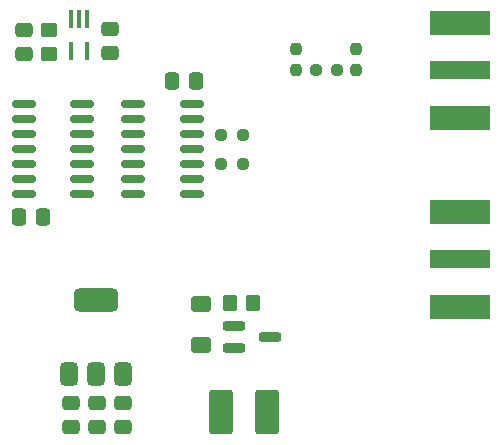
<source format=gtp>
G04 #@! TF.GenerationSoftware,KiCad,Pcbnew,9.0.1*
G04 #@! TF.CreationDate,2025-06-27T23:51:54+02:00*
G04 #@! TF.ProjectId,NPI,4e50492e-6b69-4636-9164-5f7063625858,rev?*
G04 #@! TF.SameCoordinates,Original*
G04 #@! TF.FileFunction,Paste,Top*
G04 #@! TF.FilePolarity,Positive*
%FSLAX46Y46*%
G04 Gerber Fmt 4.6, Leading zero omitted, Abs format (unit mm)*
G04 Created by KiCad (PCBNEW 9.0.1) date 2025-06-27 23:51:54*
%MOMM*%
%LPD*%
G01*
G04 APERTURE LIST*
G04 Aperture macros list*
%AMRoundRect*
0 Rectangle with rounded corners*
0 $1 Rounding radius*
0 $2 $3 $4 $5 $6 $7 $8 $9 X,Y pos of 4 corners*
0 Add a 4 corners polygon primitive as box body*
4,1,4,$2,$3,$4,$5,$6,$7,$8,$9,$2,$3,0*
0 Add four circle primitives for the rounded corners*
1,1,$1+$1,$2,$3*
1,1,$1+$1,$4,$5*
1,1,$1+$1,$6,$7*
1,1,$1+$1,$8,$9*
0 Add four rect primitives between the rounded corners*
20,1,$1+$1,$2,$3,$4,$5,0*
20,1,$1+$1,$4,$5,$6,$7,0*
20,1,$1+$1,$6,$7,$8,$9,0*
20,1,$1+$1,$8,$9,$2,$3,0*%
G04 Aperture macros list end*
%ADD10RoundRect,0.237500X-0.237500X0.250000X-0.237500X-0.250000X0.237500X-0.250000X0.237500X0.250000X0*%
%ADD11R,5.080000X2.000000*%
%ADD12R,5.080000X1.500000*%
%ADD13RoundRect,0.375000X0.375000X-0.625000X0.375000X0.625000X-0.375000X0.625000X-0.375000X-0.625000X0*%
%ADD14RoundRect,0.500000X1.400000X-0.500000X1.400000X0.500000X-1.400000X0.500000X-1.400000X-0.500000X0*%
%ADD15RoundRect,0.150000X0.825000X0.150000X-0.825000X0.150000X-0.825000X-0.150000X0.825000X-0.150000X0*%
%ADD16RoundRect,0.150000X-0.825000X-0.150000X0.825000X-0.150000X0.825000X0.150000X-0.825000X0.150000X0*%
%ADD17RoundRect,0.100000X-0.100000X0.650000X-0.100000X-0.650000X0.100000X-0.650000X0.100000X0.650000X0*%
%ADD18RoundRect,0.250000X0.750000X-1.650000X0.750000X1.650000X-0.750000X1.650000X-0.750000X-1.650000X0*%
%ADD19RoundRect,0.250000X0.350000X0.450000X-0.350000X0.450000X-0.350000X-0.450000X0.350000X-0.450000X0*%
%ADD20RoundRect,0.237500X-0.250000X-0.237500X0.250000X-0.237500X0.250000X0.237500X-0.250000X0.237500X0*%
%ADD21RoundRect,0.250000X-0.450000X0.350000X-0.450000X-0.350000X0.450000X-0.350000X0.450000X0.350000X0*%
%ADD22RoundRect,0.200000X-0.750000X-0.200000X0.750000X-0.200000X0.750000X0.200000X-0.750000X0.200000X0*%
%ADD23RoundRect,0.250000X0.600000X-0.400000X0.600000X0.400000X-0.600000X0.400000X-0.600000X-0.400000X0*%
%ADD24RoundRect,0.250000X-0.475000X0.337500X-0.475000X-0.337500X0.475000X-0.337500X0.475000X0.337500X0*%
%ADD25RoundRect,0.250000X0.337500X0.475000X-0.337500X0.475000X-0.337500X-0.475000X0.337500X-0.475000X0*%
%ADD26RoundRect,0.250000X-0.337500X-0.475000X0.337500X-0.475000X0.337500X0.475000X-0.337500X0.475000X0*%
%ADD27RoundRect,0.250000X0.475000X-0.337500X0.475000X0.337500X-0.475000X0.337500X-0.475000X-0.337500X0*%
G04 APERTURE END LIST*
D10*
X74512500Y-109012500D03*
X74512500Y-107187500D03*
X69462500Y-108987500D03*
X69462500Y-107162500D03*
D11*
X83337500Y-113000000D03*
X83337500Y-105000000D03*
D12*
X83337500Y-109000000D03*
X83337500Y-125000000D03*
D11*
X83337500Y-121000000D03*
X83337500Y-129000000D03*
D13*
X50200000Y-134750000D03*
X52500000Y-134750000D03*
D14*
X52500000Y-128450000D03*
D13*
X54800000Y-134750000D03*
D15*
X51325000Y-119510000D03*
X51325000Y-118240000D03*
X51325000Y-116970000D03*
X51325000Y-115700000D03*
X51325000Y-114430000D03*
X51325000Y-113160000D03*
X51325000Y-111890000D03*
X46375000Y-111890000D03*
X46375000Y-113160000D03*
X46375000Y-114430000D03*
X46375000Y-115700000D03*
X46375000Y-116970000D03*
X46375000Y-118240000D03*
X46375000Y-119510000D03*
D16*
X55650000Y-111880000D03*
X55650000Y-113150000D03*
X55650000Y-114420000D03*
X55650000Y-115690000D03*
X55650000Y-116960000D03*
X55650000Y-118230000D03*
X55650000Y-119500000D03*
X60600000Y-119500000D03*
X60600000Y-118230000D03*
X60600000Y-116960000D03*
X60600000Y-115690000D03*
X60600000Y-114420000D03*
X60600000Y-113150000D03*
X60600000Y-111880000D03*
D17*
X51700000Y-104685000D03*
X51050000Y-104685000D03*
X50400000Y-104685000D03*
X50400000Y-107345000D03*
X51700000Y-107345000D03*
D18*
X67000000Y-137900000D03*
X63050000Y-137900000D03*
D19*
X65800000Y-128700000D03*
X63800000Y-128700000D03*
D20*
X71087500Y-109000000D03*
X72912500Y-109000000D03*
X63087500Y-116950000D03*
X64912500Y-116950000D03*
X63087500Y-114450000D03*
X64912500Y-114450000D03*
D21*
X48500000Y-105585000D03*
X48500000Y-107585000D03*
D22*
X64200000Y-130650000D03*
X64200000Y-132550000D03*
X67200000Y-131600000D03*
D23*
X61400000Y-132250000D03*
X61400000Y-128750000D03*
D24*
X54800000Y-137162500D03*
X54800000Y-139237500D03*
X50400000Y-137162500D03*
X50400000Y-139237500D03*
X52600000Y-137162500D03*
X52600000Y-139237500D03*
D25*
X60987500Y-109900000D03*
X58912500Y-109900000D03*
D26*
X45962500Y-121430000D03*
X48037500Y-121430000D03*
D27*
X53700000Y-107560000D03*
X53700000Y-105485000D03*
D24*
X46400000Y-105547500D03*
X46400000Y-107622500D03*
M02*

</source>
